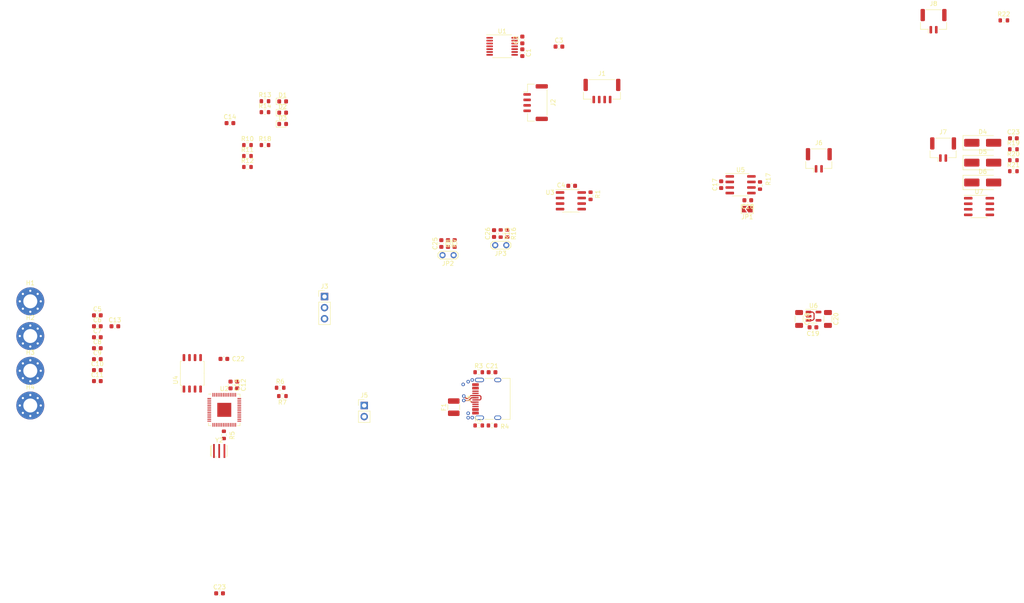
<source format=kicad_pcb>
(kicad_pcb (version 20221018) (generator pcbnew)
  (layers (0 "F.Cu" signal) (1 "In1.Cu" power) (2 "In2.Cu" power) (31 "B.Cu" signal) (34 "B.Paste" user) (35 "F.Paste" user) (36 "B.SilkS" user "B.Silkscreen") (37 "F.SilkS" user "F.Silkscreen") (38 "B.Mask" user) (39 "F.Mask" user) (44 "Edge.Cuts" user))
  (net 0 "")
  (net 1 "+5V")
  (net 2 "GND")
  (net 3 "Net-(U1-VDD3V3)")
  (net 4 "+3V3")
  (net 5 "Net-(JP1-A)")
  (net 6 "Net-(U6-SENSE{slash}ADJ)")
  (net 7 "Net-(J4-SHIELD)")
  (net 8 "Net-(U2-XIN)")
  (net 9 "Net-(D1-A)")
  (net 10 "Net-(D2-A)")
  (net 11 "Net-(D3-A)")
  (net 12 "Net-(F1-Pad2)")
  (net 17 "Net-(J1-Pin_2)")
  (net 18 "Net-(J1-Pin_3)")
  (net 19 "Net-(J1-Pin_4)")
  (net 20 "Net-(J2-Pin_2)")
  (net 21 "Net-(J2-Pin_3)")
  (net 22 "Net-(J2-Pin_4)")
  (net 23 "Net-(J3-Pin_2)")
  (net 24 "Net-(J3-Pin_3)")
  (net 25 "Net-(J4-CC1)")
  (net 26 "/USB_DP")
  (net 27 "/USB_DM")
  (net 29 "Net-(J4-CC2)")
  (net 31 "/CAN_L")
  (net 32 "/CAN_H")
  (net 33 "Net-(JP2-B)")
  (net 34 "Net-(JP3-B)")
  (net 35 "Net-(U3-~{WC})")
  (net 36 "Net-(U2-XOUT)")
  (net 37 "Net-(U2-USB_DP)")
  (net 38 "Net-(U2-USB_DM)")
  (net 39 "/QSPI_SS")
  (net 40 "/I2C_SDA")
  (net 41 "/I2C_SCL")
  (net 42 "/RUN")
  (net 43 "/SPI_CS")
  (net 44 "/SPI_CLK")
  (net 45 "/SPI_MISO")
  (net 46 "/SPI_MOSI")
  (net 51 "/RS485_A")
  (net 54 "/CAN_TX")
  (net 55 "/CAN_RX")
  (net 60 "/QSPI_SD3")
  (net 61 "/QSPI_CLK")
  (net 62 "/QSPI_SD0")
  (net 63 "/QSPI_SD2")
  (net 64 "/QSPI_SD1")
  (net 65 "Net-(U2-GPIO8)")
  (net 66 "Net-(U2-GPIO9)")
  (net 67 "Net-(U2-GPIO10)")
  (net 68 "Net-(U2-GPIO22)")
  (net 72 "/RS485_B")
  (net 75 "Net-(R5-Pad1)")
  (net 77 "/VREG")
  (net 78 "/UART_TX")
  (net 79 "/UART_RX")
  (net 80 "/UART_RTS")
  (footprint "Resistor_SMD:R_0603_1608Metric" (layer "F.Cu") (at 147.118 137.668)
    (fp_text reference "R2")
    (fp_text value "5.1k")
  )
  (footprint "MountingHole:MountingHole_3.2mm_M3_Pad_Via" (layer "F.Cu") (at 44.45 125.146)
    (fp_text reference "H3")
    (fp_text value "MountingHole_Pad")
  )
  (footprint "Capacitor_SMD:C_0603_1608Metric" (layer "F.Cu") (at 91.821 128.397 -90)
    (fp_text reference "C12")
    (fp_text value "2.2uF")
  )
  (footprint "Resistor_SMD:R_0603_1608Metric" (layer "F.Cu") (at 98.181 65.936)
    (fp_text reference "R14")
    (fp_text value "4.7K")
  )
  (footprint "Capacitor_SMD:C_0603_1608Metric" (layer "F.Cu") (at 90.297 128.397 -90)
    (fp_text reference "C15")
    (fp_text value "2.2uF")
  )
  (footprint "Capacitor_SMD:C_0603_1608Metric" (layer "F.Cu") (at 59.804 119.978)
    (fp_text reference "C8")
    (fp_text value "100nF")
  )
  (footprint "TestPoint:TestPoint_2Pads_Pitch2.54mm_Drill0.8mm" (layer "F.Cu") (at 150.896 96.393)
    (fp_text reference "JP3")
    (fp_text value "Jumper_2_Open")
  )
  (footprint "Resistor_SMD:R_0603_1608Metric" (layer "F.Cu") (at 269.534 74.432)
    (fp_text reference "R19")
    (fp_text value "536R")
  )
  (footprint "MountingHole:MountingHole_3.2mm_M3_Pad_Via" (layer "F.Cu") (at 44.45 109.246)
    (fp_text reference "H1")
    (fp_text value "MountingHole_Pad")
  )
  (footprint "Connector_JST:JST_GH_BM02B-GHS-TBT_1x02-1MP_P1.25mm_Vertical" (layer "F.Cu") (at 251.247 45.107)
    (fp_text reference "J8")
    (fp_text value "Conn_CAN")
  )
  (footprint "Connector_JST:JST_GH_BM02B-GHS-TBT_1x02-1MP_P1.25mm_Vertical" (layer "F.Cu") (at 224.979 76.962)
    (fp_text reference "J6")
    (fp_text value "Conn_CAN")
  )
  (footprint "LED_SMD:LED_0603_1608Metric" (layer "F.Cu") (at 102.231 63.466)
    (fp_text reference "D1")
    (fp_text value "LED")
  )
  (footprint "Resistor_SMD:R_0603_1608Metric" (layer "F.Cu") (at 152.146 93.726 -90)
    (fp_text reference "R15")
    (fp_text value "10K")
  )
  (footprint "Package_SO:SOIC-8_3.9x4.9mm_P1.27mm" (layer "F.Cu") (at 261.664 87.542)
    (fp_text reference "U7")
    (fp_text value "MAX14783ExS")
  )
  (footprint "Diode_SMD:D_SMA_Handsoldering" (layer "F.Cu") (at 262.509 77.492)
    (fp_text reference "D5")
    (fp_text value "TVS_5V")
  )
  (footprint "Capacitor_SMD:C_0603_1608Metric" (layer "F.Cu") (at 63.814 114.958)
    (fp_text reference "C13")
    (fp_text value "100nF")
  )
  (footprint "Capacitor_SMD:C_0603_1608Metric" (layer "F.Cu") (at 59.804 124.998)
    (fp_text reference "C10")
    (fp_text value "100nF")
  )
  (footprint "Resistor_SMD:R_0603_1608Metric" (layer "F.Cu") (at 147.118 125.476)
    (fp_text reference "R3")
    (fp_text value "5.1k")
  )
  (footprint "Capacitor_SMD:C_0603_1608Metric" (layer "F.Cu") (at 165.481 50.927)
    (fp_text reference "C3")
    (fp_text value "1uF")
  )
  (footprint "Capacitor_SMD:C_0603_1608Metric" (layer "F.Cu") (at 208.723 86.106 180)
    (fp_text reference "C16")
    (fp_text value "100nF")
  )
  (footprint "Resistor_SMD:R_0603_1608Metric" (layer "F.Cu") (at 141.605 96.012 90)
    (fp_text reference "R8")
    (fp_text value "1K")
  )
  (footprint "Resistor_SMD:R_0603_1608Metric" (layer "F.Cu") (at 153.67 93.726 -90)
    (fp_text reference "R16")
    (fp_text value "1K")
  )
  (footprint "Capacitor_SMD:C_0603_1608Metric" (layer "F.Cu") (at 87.785 176.1)
    (fp_text reference "C23")
    (fp_text value "12pF")
  )
  (footprint "Fuse:Fuse_1210_3225Metric" (layer "F.Cu") (at 141.403 133.477 90)
    (fp_text reference "F1")
    (fp_text value "Fuse")
  )
  (footprint "Capacitor_SMD:C_0603_1608Metric" (layer "F.Cu") (at 150.622 93.726 90)
    (fp_text reference "C26")
    (fp_text value "1uF")
  )
  (footprint "Resistor_SMD:R_0603_1608Metric" (layer "F.Cu") (at 101.664 129.032)
    (fp_text reference "R6")
    (fp_text value "27.4R")
  )
  (footprint "Diode_SMD:D_SMA_Handsoldering" (layer "F.Cu") (at 262.509 82.042)
    (fp_text reference "D6")
    (fp_text value "TVS_5V")
  )
  (footprint "Resistor_SMD:R_0603_1608Metric" (layer "F.Cu") (at 211.517 82.74 90)
    (fp_text reference "R17")
    (fp_text value "120R")
  )
  (footprint "Resistor_SMD:R_0603_1608Metric" (layer "F.Cu") (at 102.172 130.937 180)
    (fp_text reference "R7")
    (fp_text value "27.4R")
  )
  (footprint "Connector_JST:JST_GH_BM04B-GHS-TBT_1x04-1MP_P1.25mm_Vertical" (layer "F.Cu") (at 160.147 63.754 -90)
    (fp_text reference "J2")
    (fp_text value "Conn_UVW")
  )
  (footprint "Package_TO_SOT_SMD:TSOT-23-5" (layer "F.Cu") (at 223.7685 112.649)
    (fp_text reference "U6")
    (fp_text value "RT9013-33GB")
  )
  (footprint "TestPoint:TestPoint_2Pads_Pitch2.54mm_Drill0.8mm" (layer "F.Cu") (at 138.831 98.679)
    (fp_text reference "JP2")
    (fp_text value "Jumper_2_Open")
  )
  (footprint "LED_SMD:LED_0603_1608Metric" (layer "F.Cu") (at 102.231 66.056)
    (fp_text reference "D2")
    (fp_text value "LED")
  )
  (footprint "Capacitor_SMD:C_0603_1608Metric" (layer "F.Cu") (at 59.804 114.958)
    (fp_text reference "C6")
    (fp_text value "100nF")
  )
  (footprint "Capacitor_SMD:C_0603_1608Metric" (layer "F.Cu") (at 150.166 125.476)
    (fp_text reference "C21")
    (fp_text value "10nF")
  )
  (footprint "Connector_JST:JST_GH_BM02B-GHS-TBT_1x02-1MP_P1.25mm_Vertical" (layer "F.Cu") (at 253.434 74.492)
    (fp_text reference "J7")
    (fp_text value "Conn_CAN")
  )
  (footprint "Resistor_SMD:R_0603_1608Metric" (layer "F.Cu") (at 140.081 96.012 -90)
    (fp_text reference "R9")
    (fp_text value "10K")
  )
  (footprint "Capacitor_SMD:C_0603_1608Metric" (layer "F.Cu") (at 90.161 68.446)
    (fp_text reference "C14")
    (fp_text value "100nF")
  )
  (footprint "Capacitor_SMD:C_0603_1608Metric" (layer "F.Cu") (at 223.6415 115.189 180)
    (fp_text reference "C19")
    (fp_text value "10nF")
  )
  (footprint "Resistor_SMD:R_0603_1608Metric" (layer "F.Cu") (at 94.171 78.486)
    (fp_text reference "R12")
    (fp_text value "4.7K")
  )
  (footprint "Package_SO:SOIC-8_3.9x4.9mm_P1.27mm" (layer "F.Cu") (at 207.072 82.55)
    (fp_text reference "U5")
    (fp_text value "TJA1042T")
  )
  (footprint "Capacitor_SMD:C_1206_3216Metric" (layer "F.Cu") (at 227.0705 113.284 -90)
    (fp_text reference "C20")
    (fp_text value "2.2uF")
  )
  (footprint "Crystal:Resonator_SMD_Murata_CSTxExxV-3Pin_3.0x1.1mm_HandSoldering" (layer "F.Cu") (at 87.7 143.51)
    (fp_text reference "Y2")
    (fp_text value "Crystal_GND2")
  )
  (footprint "Connector_PinHeader_2.54mm:PinHeader_1x02_P2.54mm_Vertical" (layer "F.Cu") (at 120.904 133.096)
    (fp_text reference "J5")
    (fp_text value "Conn_5VDC")
  )
  (footprint "Resistor_SMD:R_0603_1608Metric" (layer "F.Cu") (at 172.72 85.09 90)
    (fp_text reference "R1")
    (fp_text value "DNF")
  )
  (footprint "Package_SO:SOIC-8_5.23x5.23mm_P1.27mm" (layer "F.Cu") (at 81.534 125.73 90)
    (fp_text reference "U4")
    (fp_text value "W25Q32JVSS")
  )
  (footprint "Connector_JST:JST_GH_BM04B-GHS-TBT_1x04-1MP_P1.25mm_Vertical" (layer "F.Cu") (at 175.33 61.097)
    (fp_text reference "J1")
    (fp_text value "Conn_ABI")
  )
  (footprint "Resistor_SMD:R_0603_1608Metric" (layer "F.Cu") (at 269.534 76.942)
    (fp_text reference "R20")
    (fp_text value "536R")
  )
  (footprint "Capacitor_SMD:C_0603_1608Metric" (layer "F.Cu") (at 168.402 82.804 180)
    (fp_text reference "C4")
    (fp_text value "100nF")
  )
  (footprint "Capacitor_SMD:C_0603_1608Metric" (layer "F.Cu") (at 88.773 122.428 180)
    (fp_text reference "C22")
    (fp_text value "100nF")
  )
  (footprint "Capacitor_SMD:C_0603_1608Metric" (layer "F.Cu") (at 138.557 96.012 90)
    (fp_text reference "C25")
    (fp_text value "100nF")
  )
  (footprint "Resistor_SMD:R_0603_1608Metric" (layer "F.Cu") (at 88.773 139.827 90)
    (fp_text reference "R5")
    (fp_text value "470R")
  )
  (footprint "Connector_PinHeader_2.54mm:PinHeader_1x03_P2.54mm_Vertical" (layer "F.Cu") (at 111.815 108.15)
    (fp_text reference "J3")
    (fp_text value "Conn_SWD")
  )
  (footprint "Capacitor_SMD:C_0603_1608Metric" (layer "F.Cu") (at 59.804 127.508)
    (fp_text reference "C11")
    (fp_text value "100nF")
  )
  (footprint "Connector_USB:USB_C_Receptacle_HRO_TYPE-C-31-M-12" (layer "F.Cu") (at 150.42 131.572 90)
    (fp_text reference "J4")
    (fp_text value "USB_C_Receptacle_USB2.0")
  )
  (footprint "Resistor_SMD:R_0603_1608Metric" (layer "F.Cu") (at 98.181 73.466)
    (fp_text reference "R18")
    (fp_text value "33R")
  )
  (footprint "Resistor_SMD:R_0603_1608Metric" (layer "F.Cu") (at 94.171 75.976)
    (fp_text reference "R11")
    (fp_text value "4.7K")
  )
  (footprint "Resistor_SMD:R_0603_1608Metric" (layer "F.Cu") (at 94.171 73.466)
    (fp_text reference "R10")
    (fp_text value "4.7K")
  )
  (footprint "Resistor_SMD:R_0603_1608Metric" (layer "F.Cu") (at 269.534 79.452)
    (fp_text reference "R21")
    (fp_text value "120R")
  )
  (footprint "Capacitor_SMD:C_0603_1608Metric" (layer "F.Cu") (at 269.534 71.922)
    (fp_text reference "C23")
    (fp_text value "100nF")
  )
  (footprint "MountingHole:MountingHole_3.2mm_M3_Pad_Via" (layer "F.Cu") (at 44.45 133.096)
    (fp_text reference "H4")
    (fp_text value "MountingHole_Pad")
  )
  (footprint "MountingHole:MountingHole_3.2mm_M3_Pad_Via" (layer "F.Cu") (at 44.45 117.196)
    (fp_text reference "H2")
    (fp_text value "MountingHole_Pad")
  )
  (footprint "Capacitor_SMD:C_0603_1608Metric" (layer "F.Cu") (at 59.804 122.488)
    (fp_text reference "C9")
    (fp_text value "100nF")
  )
  (footprint "Resistor_SMD:R_0603_1608Metric" (layer "F.Cu") (at 150.166 137.668)
    (fp_text reference "R4")
    (fp_text value "1M")
  )
  (footprint "Resistor_SMD:R_0603_1608Metric" (layer "F.Cu") (at 267.347 44.927)
    (fp_text reference "R22")
    (fp_text value "120R")
  )
  (footprint "Capacitor_SMD:C_0603_1608Metric" (layer "F.Cu") (at 157.099 49.403 90)
    (fp_text reference "C2")
    (fp_text value "2.2uF")
  )
  (footprint "Package_SO:SOIC-8_3.9x4.9mm_P1.27mm" (layer "F.Cu") (at 168.213 86.233)
    (fp_text reference "U3")
    (fp_text value "M24C02-RMN")
  )
  (footprint "Diode_SMD:D_SMA_Handsoldering" (layer "F.Cu") (at 262.509 72.942)
    (fp_text reference "D4")
    (fp_text value "TVS_5V")
  )
  (footprint "Capacitor_SMD:C_0603_1608Metric" (layer "F.Cu") (at 157.099 52.324 -90)
    (fp_text reference "C1")
    (fp_text value "100nF")
  )
  (footprint "Capacitor_SMD:C_0603_1608Metric" (layer "F.Cu") (at 59.804 117.468)
    (fp_text reference "C7")
    (fp_text value "100nF")
  )
  (footprint "Capacitor_SMD:C_0603_1608Metric" (layer "F.Cu") (at 202.627 82.537 90)
    (fp_text reference "C17")
    (fp_text value "100nF")
  )
  (footprint "Package_DFN_QFN:QFN-56-1EP_7x7mm_P0.4mm_EP3.2x3.2mm" (layer "F.Cu") (at 88.862 134.09)
    (fp_text reference "U2")
    (fp_text value "RP2040")
  )
  (footprint "Package_SO:TSSOP-14_4.4x5mm_P0.65mm" (layer "F.Cu") (at 152.483 50.861)
    (fp_text reference "U1")
    (fp_text value "AS5047P")
  )
  (footprint "Capacitor_SMD:C_1206_3216Metric" (layer "F.Cu") (at 220.4665 113.284 -90)
    (fp_text reference "C18")
    (fp_text value "10uF")
  )
  (footprint "Jumper:SolderJumper-2_P1.3mm_Open_TrianglePad1.0x1.5mm" (layer "F.Cu") (at 208.596 88.138 180)
    (fp_text reference "JP1")
    (fp_text value "SolderJumper_2_Open")
  )
  (footprint "Capacitor_SMD:C_0603_1608Metric" (layer "F.Cu") (at 59.804 112.448)
    (fp_text reference "C5")
    (fp_text value "100nF")
  )
  (footprint "LED_SMD:LED_0603_1608Metric" (layer "F.Cu") (at 102.231 68.646)
    (fp_text reference "D3")
    (fp_text value "LED")
  )
  (footprint "Resistor_SMD:R_0603_1608Metric" (layer "F.Cu") (at 98.181 63.426)
    (fp_text reference "R13")
    (fp_text value "4.7K")
  )
  (segment (start 223.8955 112.022751) (end 223.8955 113.284) (width 0.25) (layer "F.Cu") (net 1))
  (segment (start 223.8955 113.284) (end 223.5805 113.599) (width 0.25) (layer "F.Cu") (net 1))
  (segment (start 223.571749 111.699) (end 223.8955 112.022751) (width 0.25) (layer "F.Cu") (net 1))
  (segment (start 222.631 111.699) (end 223.571749 111.699) (width 0.25) (layer "F.Cu") (net 1))
  (segment (start 223.5805 113.599) (end 222.631 113.599) (width 0.25) (layer "F.Cu") (net 1))
  (via (at 144.705 135.89) (size 0.8) (drill 0.4) (layers "F.Cu" "B.Cu") (net 2))
  (via (at 143.562 128.27) (size 0.8) (drill 0.4) (layers "F.Cu" "B.Cu") (net 2))
  (via (at 144.705 127.635) (size 0.8) (drill 0.4) (layers "F.Cu" "B.Cu") (net 2))
  (via (at 145.640501 127.254106) (size 0.8) (drill 0.4) (layers "F.Cu" "B.Cu") (net 2))
  (via (at 145.64063 135.875087) (size 0.8) (drill 0.4) (layers "F.Cu" "B.Cu") (net 2))
  (via (at 144.705 134.874) (size 0.8) (drill 0.4) (layers "F.Cu" "B.Cu") (net 2))
  (segment (start 144.264305 131.486503) (end 143.714802 130.937) (width 0.25) (layer "F.Cu") (net 26))
  (segment (start 145.326604 130.822) (end 144.662101 131.486503) (width 0.25) (layer "F.Cu") (net 26))
  (segment (start 143.714802 130.937) (end 143.689 130.937) (width 0.25) (layer "F.Cu") (net 26))
  (segment (start 147.626 131.596) (end 147.626 131.064) (width 0.25) (layer "F.Cu") (net 26))
  (segment (start 147.4 131.822) (end 147.626 131.596) (width 0.25) (layer "F.Cu") (net 26))
  (segment (start 147.626 131.064) (end 147.384 130.822) (width 0.25) (layer "F.Cu") (net 26))
  (segment (start 147.384 130.822) (end 146.375 130.822) (width 0.25) (layer "F.Cu") (net 26))
  (segment (start 146.375 131.822) (end 147.4 131.822) (width 0.25) (layer "F.Cu") (net 26))
  (segment (start 144.662101 131.486503) (end 144.264305 131.486503) (width 0.25) (layer "F.Cu") (net 26))
  (segment (start 146.375 130.822) (end 145.326604 130.822) (width 0.25) (layer "F.Cu") (net 26))
  (via (at 143.689 130.937) (size 0.8) (drill 0.4) (layers "F.Cu" "B.Cu") (net 26))
  (segment (start 144.848497 131.936503) (end 143.689 131.936503) (width 0.25) (layer "F.Cu") (net 27))
  (segment (start 145.0225 131.7625) (end 145.463 131.322) (width 0.25) (layer "F.Cu") (net 27))
  (segment (start 145.463 131.322) (end 146.375 131.322) (width 0.25) (layer "F.Cu") (net 27))
  (segment (start 145.0225 131.7625) (end 144.848497 131.936503) (width 0.25) (layer "F.Cu") (net 27))
  (segment (start 146.375 132.322) (end 145.455 132.322) (width 0.25) (layer "F.Cu") (net 27))
  (segment (start 145.455 132.322) (end 144.959 131.826) (width 0.25) (layer "F.Cu") (net 27))
  (segment (start 144.959 131.826) (end 145.0225 131.7625) (width 0.25) (layer "F.Cu") (net 27))
  (via (at 143.689 131.936503) (size 0.8) (drill 0.4) (layers "F.Cu" "B.Cu") (net 27))
)
</source>
